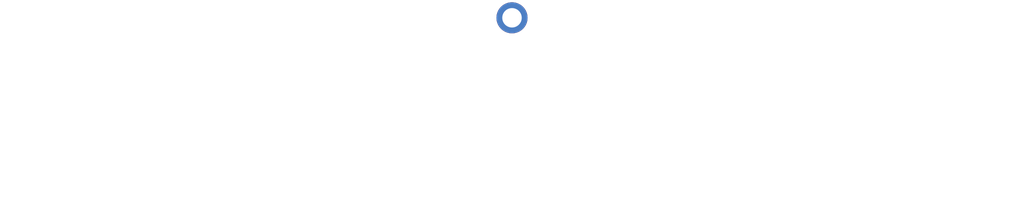
<source format=kicad_pcb>

(kicad_pcb 
  (version 4) 
  (host antennas.py "2017-05-18T18:00:06.956909") 
  (page A0) 
  (layers 
    (0 F.Cu signal) 
    (31 B.Cu signal hide) 
    (40 Dwgs.User user) 
    (44 Edge.Cuts user)) 
  (net 0 "") 
  (net 1 Antennas) 
  (net_class Default "" 
    (clearance 0.2000) 
    (trace_width 0.2000) 
    (via_dia 0.8000) 
    (via_drill 0.4000)) 
  (module X0 
    (layer F.Cu) 
    (tedit 0) 
    (tstamp 0) 
    (at 0.0000 0.0000) 
    (pad 1 thru_hole circle 
      (at 0 0) 
      (size 0.8000 0.8000) 
      (drill 0.5000) 
      (layers F.Cu) 
      (zone_connect 2) 
      (net 1 Antennas))) 
  (zone 
    (net 1) 
    (net_name Antennas) 
    (layer F.Cu) 
    (tstamp 0) 
    (hatch edge 0.5000) 
    (connect_pads 
      (clearance 0.3000)) 
    (min_thickness 0.0500) 
    (fill yes 
      (arc_segments 32) 
      (thermal_gap 0.3000) 
      (thermal_bridge_width 0.2500)) 
    (polygon 
      (pts 
        (xy 0.0000 0.1390) 
        (xy 1.9278 0.1390) 
        (xy 1.9278 -0.1390) 
        (xy 0.0000 -0.1390) 
        (xy 0.0000 0.1390)))) 
  (zone 
    (net 1) 
    (net_name Antennas) 
    (layer F.Cu) 
    (tstamp 0) 
    (hatch edge 0.5000) 
    (connect_pads 
      (clearance 0.3000)) 
    (min_thickness 0.0500) 
    (fill yes 
      (arc_segments 32) 
      (thermal_gap 0.3000) 
      (thermal_bridge_width 0.2500)) 
    (polygon 
      (pts 
        (xy 1.9278 0.4585) 
        (xy 3.7273 0.4585) 
        (xy 3.7273 -0.4585) 
        (xy 1.9278 -0.4585) 
        (xy 1.9278 0.4585)))) 
  (zone 
    (net 1) 
    (net_name Antennas) 
    (layer F.Cu) 
    (tstamp 0) 
    (hatch edge 0.5000) 
    (connect_pads 
      (clearance 0.3000)) 
    (min_thickness 0.0500) 
    (fill yes 
      (arc_segments 32) 
      (thermal_gap 0.3000) 
      (thermal_bridge_width 0.2500)) 
    (polygon 
      (pts 
        (xy 3.9772 0.0000) 
        (xy 3.9772 2.5550) 
        (xy 3.4773 2.5550) 
        (xy 3.4773 0.0000) 
        (xy 3.9772 0.0000)))) 
  (zone 
    (net 1) 
    (net_name Antennas) 
    (layer F.Cu) 
    (tstamp 0) 
    (hatch edge 0.5000) 
    (connect_pads 
      (clearance 0.3000)) 
    (min_thickness 0.0500) 
    (fill yes 
      (arc_segments 32) 
      (thermal_gap 0.3000) 
      (thermal_bridge_width 0.2500)) 
    (polygon 
      (pts 
        (xy 3.7273 0.2500) 
        (xy 10.9072 0.2500) 
        (xy 10.9072 2.5550) 
        (xy 11.4073 2.5550) 
        (xy 11.4073 0.2025) 
        (xy 10.9548 -0.2500) 
        (xy 3.7273 -0.2500) 
        (xy 3.7273 0.2500)))) 
  (zone 
    (net 1) 
    (net_name Antennas) 
    (layer F.Cu) 
    (tstamp 0) 
    (hatch edge 0.5000) 
    (connect_pads 
      (clearance 0.3000)) 
    (min_thickness 0.0500) 
    (fill yes 
      (arc_segments 32) 
      (thermal_gap 0.3000) 
      (thermal_bridge_width 0.2500)) 
    (polygon 
      (pts 
        (xy 1.7272 1.5000) 
        (xy 1.7272 4.6650) 
        (xy 5.7272 4.6650) 
        (xy 5.7272 1.5000) 
        (xy 4.2272 1.5000) 
        (xy 4.2272 2.5550) 
        (xy 3.2273 2.5550) 
        (xy 3.2273 1.5000) 
        (xy 1.7272 1.5000)))) 
  (zone 
    (net 1) 
    (net_name Antennas) 
    (layer F.Cu) 
    (tstamp 0) 
    (hatch edge 0.5000) 
    (connect_pads 
      (clearance 0.3000)) 
    (min_thickness 0.0500) 
    (fill yes 
      (arc_segments 32) 
      (thermal_gap 0.3000) 
      (thermal_bridge_width 0.2500)) 
    (polygon 
      (pts 
        (xy 9.1573 1.5000) 
        (xy 9.1573 4.6650) 
        (xy 13.1573 4.6650) 
        (xy 13.1573 1.5000) 
        (xy 11.6573 1.5000) 
        (xy 11.6573 2.5550) 
        (xy 10.6572 2.5550) 
        (xy 10.6572 1.5000) 
        (xy 9.1573 1.5000)))) 
  (zone 
    (net 1) 
    (net_name Antennas) 
    (layer F.Cu) 
    (tstamp 0) 
    (hatch edge 0.5000) 
    (connect_pads 
      (clearance 0.3000)) 
    (min_thickness 0.0500) 
    (fill yes 
      (arc_segments 32) 
      (thermal_gap 0.3000) 
      (thermal_bridge_width 0.2500)) 
    (polygon 
      (pts 
        (xy 0.0000 -0.1390) 
        (xy -1.9278 -0.1390) 
        (xy -1.9278 0.1390) 
        (xy 0.0000 0.1390) 
        (xy 0.0000 -0.1390)))) 
  (zone 
    (net 1) 
    (net_name Antennas) 
    (layer F.Cu) 
    (tstamp 0) 
    (hatch edge 0.5000) 
    (connect_pads 
      (clearance 0.3000)) 
    (min_thickness 0.0500) 
    (fill yes 
      (arc_segments 32) 
      (thermal_gap 0.3000) 
      (thermal_bridge_width 0.2500)) 
    (polygon 
      (pts 
        (xy -1.9278 -0.4585) 
        (xy -3.7273 -0.4585) 
        (xy -3.7273 0.4585) 
        (xy -1.9278 0.4585) 
        (xy -1.9278 -0.4585)))) 
  (zone 
    (net 1) 
    (net_name Antennas) 
    (layer F.Cu) 
    (tstamp 0) 
    (hatch edge 0.5000) 
    (connect_pads 
      (clearance 0.3000)) 
    (min_thickness 0.0500) 
    (fill yes 
      (arc_segments 32) 
      (thermal_gap 0.3000) 
      (thermal_bridge_width 0.2500)) 
    (polygon 
      (pts 
        (xy -3.4773 0.0000) 
        (xy -3.4773 2.5550) 
        (xy -3.9772 2.5550) 
        (xy -3.9772 0.0000) 
        (xy -3.4773 0.0000)))) 
  (zone 
    (net 1) 
    (net_name Antennas) 
    (layer F.Cu) 
    (tstamp 0) 
    (hatch edge 0.5000) 
    (connect_pads 
      (clearance 0.3000)) 
    (min_thickness 0.0500) 
    (fill yes 
      (arc_segments 32) 
      (thermal_gap 0.3000) 
      (thermal_bridge_width 0.2500)) 
    (polygon 
      (pts 
        (xy -3.7273 -0.2500) 
        (xy -10.9548 -0.2500) 
        (xy -11.4073 0.2025) 
        (xy -11.4073 2.5550) 
        (xy -10.9072 2.5550) 
        (xy -10.9072 0.2500) 
        (xy -3.7273 0.2500) 
        (xy -3.7273 -0.2500)))) 
  (zone 
    (net 1) 
    (net_name Antennas) 
    (layer F.Cu) 
    (tstamp 0) 
    (hatch edge 0.5000) 
    (connect_pads 
      (clearance 0.3000)) 
    (min_thickness 0.0500) 
    (fill yes 
      (arc_segments 32) 
      (thermal_gap 0.3000) 
      (thermal_bridge_width 0.2500)) 
    (polygon 
      (pts 
        (xy -5.7272 1.5000) 
        (xy -5.7272 4.6650) 
        (xy -1.7272 4.6650) 
        (xy -1.7272 1.5000) 
        (xy -3.2273 1.5000) 
        (xy -3.2273 2.5550) 
        (xy -4.2272 2.5550) 
        (xy -4.2272 1.5000) 
        (xy -5.7272 1.5000)))) 
  (zone 
    (net 1) 
    (net_name Antennas) 
    (layer F.Cu) 
    (tstamp 0) 
    (hatch edge 0.5000) 
    (connect_pads 
      (clearance 0.3000)) 
    (min_thickness 0.0500) 
    (fill yes 
      (arc_segments 32) 
      (thermal_gap 0.3000) 
      (thermal_bridge_width 0.2500)) 
    (polygon 
      (pts 
        (xy -13.1573 1.5000) 
        (xy -13.1573 4.6650) 
        (xy -9.1573 4.6650) 
        (xy -9.1573 1.5000) 
        (xy -10.6572 1.5000) 
        (xy -10.6572 2.5550) 
        (xy -11.6573 2.5550) 
        (xy -11.6573 1.5000) 
        (xy -13.1573 1.5000)))))
</source>
